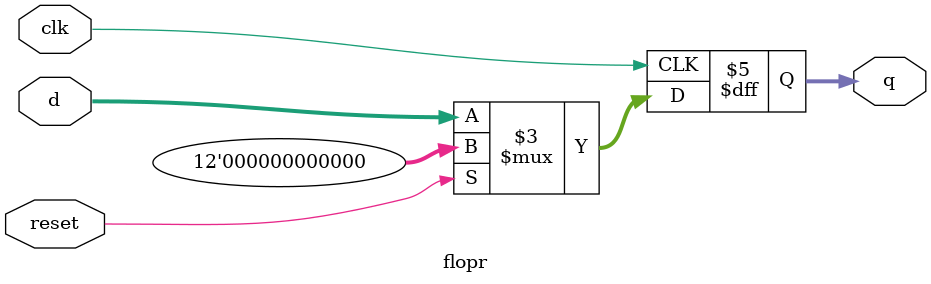
<source format=sv>
module flopr(input logic clk,
	input logic reset,

	input logic [11:0] d,

	output logic [11:0] q);

	always_ff@(posedge clk)

		if (reset)

			q <= 12'b0;

		else

			q<= d;

endmodule
</source>
